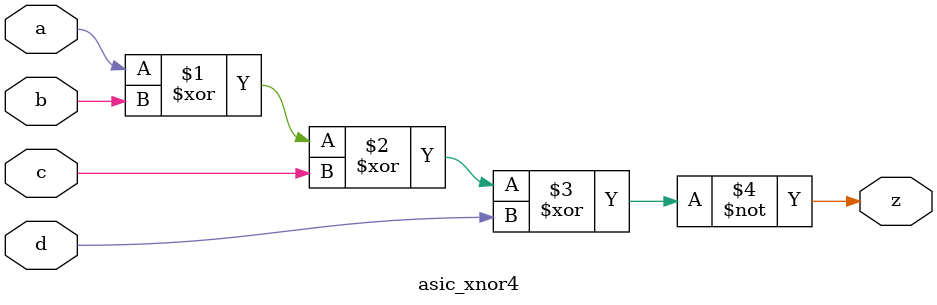
<source format=v>

module asic_xnor4 #(parameter PROP = "DEFAULT")   (
    input  a,
    input  b,
    input  c,
    input  d,
    output z
    );

   assign z =  ~(a ^ b ^ c ^ d);

endmodule

</source>
